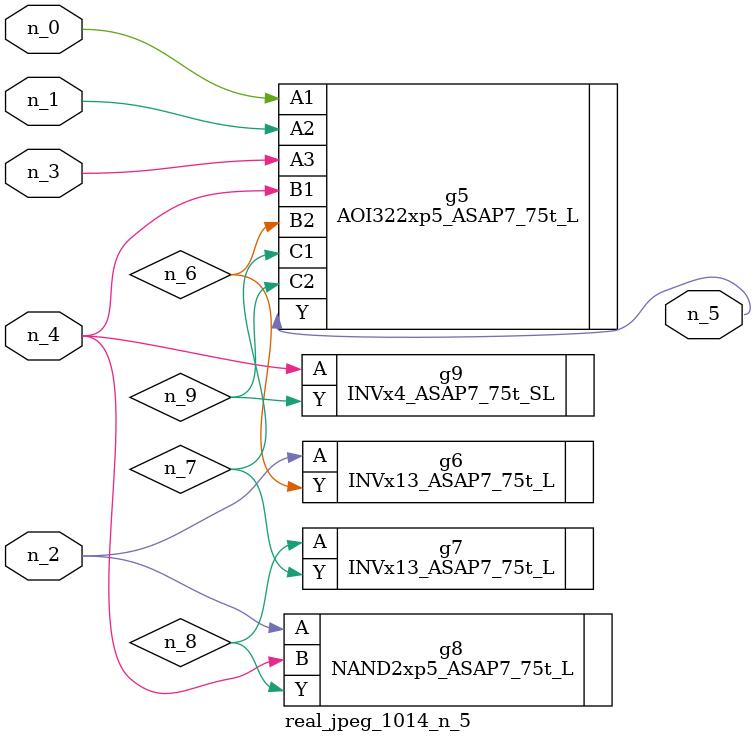
<source format=v>
module real_jpeg_1014_n_5 (n_4, n_0, n_1, n_2, n_3, n_5);

input n_4;
input n_0;
input n_1;
input n_2;
input n_3;

output n_5;

wire n_8;
wire n_6;
wire n_7;
wire n_9;

AOI322xp5_ASAP7_75t_L g5 ( 
.A1(n_0),
.A2(n_1),
.A3(n_3),
.B1(n_4),
.B2(n_6),
.C1(n_7),
.C2(n_9),
.Y(n_5)
);

INVx13_ASAP7_75t_L g6 ( 
.A(n_2),
.Y(n_6)
);

NAND2xp5_ASAP7_75t_L g8 ( 
.A(n_2),
.B(n_4),
.Y(n_8)
);

INVx4_ASAP7_75t_SL g9 ( 
.A(n_4),
.Y(n_9)
);

INVx13_ASAP7_75t_L g7 ( 
.A(n_8),
.Y(n_7)
);


endmodule
</source>
